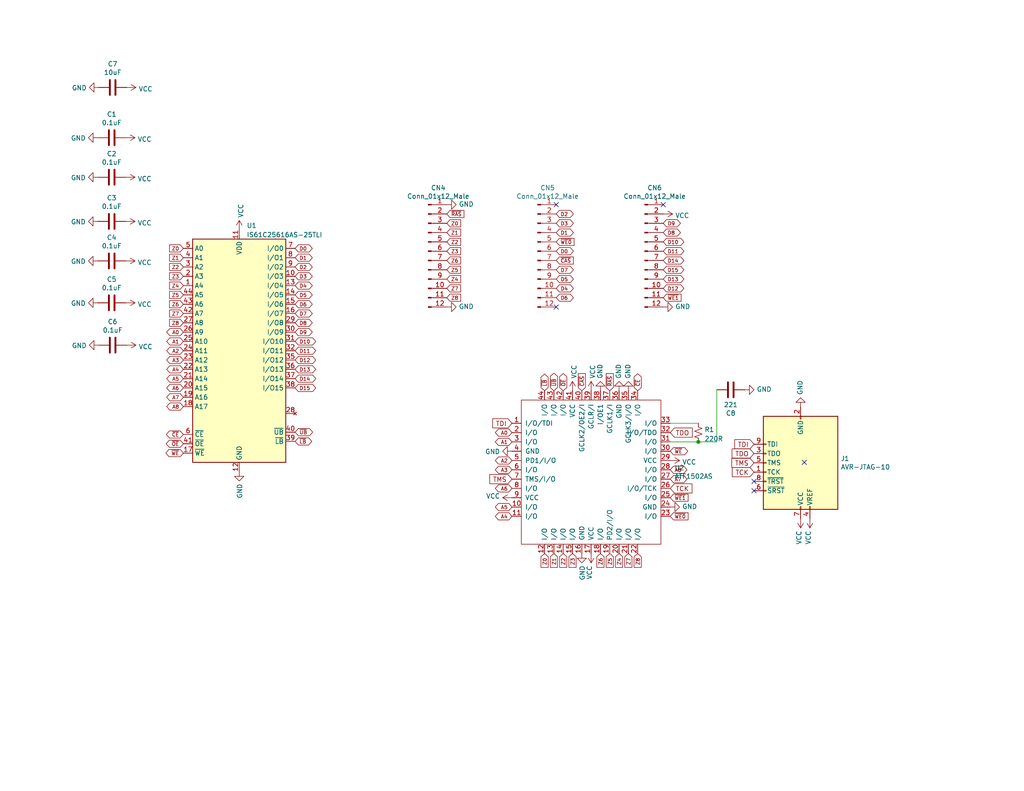
<source format=kicad_sch>
(kicad_sch (version 20211123) (generator eeschema)
  (paper "A")
  (title_block (title "Tandy Color Computer 3 512KB Memory Expansion") (date "2023-09-22") (comment 3 "© 2023 BackBit") (comment 4 "Author: Evie Salomon"))
  (lib_symbols
    (symbol "Connector:AVR-JTAG-10" (pin_names (offset 1.016))
      (property "Reference" "J" (at -8.89 13.97 0))
      (property "Value" "AVR-JTAG-10" (at 1.27 13.97 0))
      (symbol "AVR-JTAG-10_0_1"
        (rectangle (start -2.667 12.7) (end -2.413 11.938))
        (rectangle (start -0.127 -11.938) (end 0.127 -12.7))
        (rectangle (start -0.127 12.7) (end 0.127 11.938))
        (rectangle (start 10.16 -4.953) (end 9.398 -5.207))
        (rectangle (start 10.16 -2.413) (end 9.398 -2.667))
        (rectangle (start 10.16 0.127) (end 9.398 -0.127))
        (rectangle (start 10.16 2.667) (end 9.398 2.413))
        (rectangle (start 10.16 5.207) (end 9.398 4.953))
        (rectangle (start 10.16 7.747) (end 9.398 7.493))
        (rectangle (start 10.16 12.7) (end -10.16 -12.7) (stroke (width 0.254)) (fill (type background)))
      )
      (symbol "AVR-JTAG-10_1_1"
        (pin passive line (at 12.7 2.54 180) (length 2.54) (name "TCK") (number "1"))
        (pin passive line (at 0 -15.24 90) (length 2.54) hide (name "GND") (number "10"))
        (pin passive line (at 0 -15.24 90) (length 2.54) (name "GND") (number "2"))
        (pin passive line (at 12.7 -2.54 180) (length 2.54) (name "TDO") (number "3"))
        (pin passive line (at -2.54 15.24 270) (length 2.54) (name "VREF") (number "4"))
        (pin passive line (at 12.7 0 180) (length 2.54) (name "TMS") (number "5"))
        (pin passive line (at 12.7 7.62 180) (length 2.54) (name "~{SRST}") (number "6"))
        (pin passive line (at 0 15.24 270) (length 2.54) (name "VCC") (number "7"))
        (pin passive line (at 12.7 5.08 180) (length 2.54) (name "~{TRST}") (number "8"))
        (pin passive line (at 12.7 -5.08 180) (length 2.54) (name "TDI") (number "9"))
      )
    )
    (symbol "Connector:Conn_01x12_Male" (pin_names (offset 1.016) hide)
      (property "Reference" "J" (at 0 15.24 0))
      (property "Value" "Conn_01x12_Male" (at 0 -17.78 0))
      (symbol "Conn_01x12_Male_1_1"
        (polyline (pts (xy 1.27 -15.24) (xy 0.8636 -15.24)) (stroke (width 0.1524)))
        (polyline (pts (xy 1.27 -12.7) (xy 0.8636 -12.7)) (stroke (width 0.1524)))
        (polyline (pts (xy 1.27 -10.16) (xy 0.8636 -10.16)) (stroke (width 0.1524)))
        (polyline (pts (xy 1.27 -7.62) (xy 0.8636 -7.62)) (stroke (width 0.1524)))
        (polyline (pts (xy 1.27 -5.08) (xy 0.8636 -5.08)) (stroke (width 0.1524)))
        (polyline (pts (xy 1.27 -2.54) (xy 0.8636 -2.54)) (stroke (width 0.1524)))
        (polyline (pts (xy 1.27 0) (xy 0.8636 0)) (stroke (width 0.1524)))
        (polyline (pts (xy 1.27 2.54) (xy 0.8636 2.54)) (stroke (width 0.1524)))
        (polyline (pts (xy 1.27 5.08) (xy 0.8636 5.08)) (stroke (width 0.1524)))
        (polyline (pts (xy 1.27 7.62) (xy 0.8636 7.62)) (stroke (width 0.1524)))
        (polyline (pts (xy 1.27 10.16) (xy 0.8636 10.16)) (stroke (width 0.1524)))
        (polyline (pts (xy 1.27 12.7) (xy 0.8636 12.7)) (stroke (width 0.1524)))
        (rectangle (start 0.8636 -15.113) (end 0 -15.367) (stroke (width 0.1524)) (fill (type outline)))
        (rectangle (start 0.8636 -12.573) (end 0 -12.827) (stroke (width 0.1524)) (fill (type outline)))
        (rectangle (start 0.8636 -10.033) (end 0 -10.287) (stroke (width 0.1524)) (fill (type outline)))
        (rectangle (start 0.8636 -7.493) (end 0 -7.747) (stroke (width 0.1524)) (fill (type outline)))
        (rectangle (start 0.8636 -4.953) (end 0 -5.207) (stroke (width 0.1524)) (fill (type outline)))
        (rectangle (start 0.8636 -2.413) (end 0 -2.667) (stroke (width 0.1524)) (fill (type outline)))
        (rectangle (start 0.8636 0.127) (end 0 -0.127) (stroke (width 0.1524)) (fill (type outline)))
        (rectangle (start 0.8636 2.667) (end 0 2.413) (stroke (width 0.1524)) (fill (type outline)))
        (rectangle (start 0.8636 5.207) (end 0 4.953) (stroke (width 0.1524)) (fill (type outline)))
        (rectangle (start 0.8636 7.747) (end 0 7.493) (stroke (width 0.1524)) (fill (type outline)))
        (rectangle (start 0.8636 10.287) (end 0 10.033) (stroke (width 0.1524)) (fill (type outline)))
        (rectangle (start 0.8636 12.827) (end 0 12.573) (stroke (width 0.1524)) (fill (type outline)))
        (pin passive line (at 5.08 12.7 180) (length 3.81) (name "Pin_1") (number "1"))
        (pin passive line (at 5.08 -10.16 180) (length 3.81) (name "Pin_10") (number "10"))
        (pin passive line (at 5.08 -12.7 180) (length 3.81) (name "Pin_11") (number "11"))
        (pin passive line (at 5.08 -15.24 180) (length 3.81) (name "Pin_12") (number "12"))
        (pin passive line (at 5.08 10.16 180) (length 3.81) (name "Pin_2") (number "2"))
        (pin passive line (at 5.08 7.62 180) (length 3.81) (name "Pin_3") (number "3"))
        (pin passive line (at 5.08 5.08 180) (length 3.81) (name "Pin_4") (number "4"))
        (pin passive line (at 5.08 2.54 180) (length 3.81) (name "Pin_5") (number "5"))
        (pin passive line (at 5.08 0 180) (length 3.81) (name "Pin_6") (number "6"))
        (pin passive line (at 5.08 -2.54 180) (length 3.81) (name "Pin_7") (number "7"))
        (pin passive line (at 5.08 -5.08 180) (length 3.81) (name "Pin_8") (number "8"))
        (pin passive line (at 5.08 -7.62 180) (length 3.81) (name "Pin_9") (number "9"))
      )
    )
    (symbol "Device:C" (pin_numbers hide) (pin_names (offset 0.254))
      (property "Reference" "C" (at 0.635 2.54 0))
      (property "Value" "C" (at 0.635 -2.54 0))
      (symbol "C_0_1"
        (polyline (pts (xy -2.032 -0.762) (xy 2.032 -0.762)) (stroke (width 0.508)))
        (polyline (pts (xy -2.032 0.762) (xy 2.032 0.762)) (stroke (width 0.508)))
      )
      (symbol "C_1_1"
        (pin passive line (at 0 3.81 270) (length 2.794) (name "~") (number "1"))
        (pin passive line (at 0 -3.81 90) (length 2.794) (name "~") (number "2"))
      )
    )
    (symbol "Device:R_Small_US" (pin_numbers hide) (pin_names (offset 0.254) hide)
      (property "Reference" "R" (at 0.762 0.508 0))
      (property "Value" "R_Small_US" (at 0.762 -1.016 0))
      (symbol "R_Small_US_1_1"
        (polyline (pts (xy 0 0) (xy 1.016 -0.381) (xy 0 -0.762) (xy -1.016 -1.143) (xy 0 -1.524)))
        (polyline (pts (xy 0 1.524) (xy 1.016 1.143) (xy 0 0.762) (xy -1.016 0.381) (xy 0 0)))
        (pin passive line (at 0 2.54 270) (length 1.016) (name "~") (number "1"))
        (pin passive line (at 0 -2.54 90) (length 1.016) (name "~") (number "2"))
      )
    )
    (symbol "Memory_RAM:IS61C5128AL-10TLI"
      (property "Reference" "U?" (at 2.0194 34.1798 0))
      (property "Value" "AS6C4016" (at 2.0194 31.6429 0))
      (symbol "IS61C5128AL-10TLI_0_1"
        (rectangle (start -12.7 30.48) (end 12.7 -30.48) (stroke (width 0.254)) (fill (type background)))
      )
      (symbol "IS61C5128AL-10TLI_1_1"
        (pin input line (at -15.24 17.78 0) (length 2.54) (name "A4") (number "1"))
        (pin bidirectional line (at 15.24 20.32 180) (length 2.54) (name "I/O3") (number "10"))
        (pin power_in line (at 0 33.02 270) (length 2.54) (name "VDD") (number "11"))
        (pin power_in line (at 0 -33.02 90) (length 2.54) (name "GND") (number "12"))
        (pin bidirectional line (at 15.24 17.78 180) (length 2.54) (name "I/O4") (number "13"))
        (pin bidirectional line (at 15.24 15.24 180) (length 2.54) (name "I/O5") (number "14"))
        (pin bidirectional line (at 15.24 12.7 180) (length 2.54) (name "I/O6") (number "15"))
        (pin bidirectional line (at 15.24 10.16 180) (length 2.54) (name "I/O7") (number "16"))
        (pin input line (at -15.24 -27.94 0) (length 2.54) (name "~{WE}") (number "17"))
        (pin input line (at -15.24 -15.24 0) (length 2.54) (name "A17") (number "18"))
        (pin input line (at -15.24 -12.7 0) (length 2.54) (name "A16") (number "19"))
        (pin input line (at -15.24 20.32 0) (length 2.54) (name "A3") (number "2"))
        (pin input line (at -15.24 -10.16 0) (length 2.54) (name "A15") (number "20"))
        (pin input line (at -15.24 -7.62 0) (length 2.54) (name "A14") (number "21"))
        (pin input line (at -15.24 -5.08 0) (length 2.54) (name "A13") (number "22"))
        (pin input line (at -15.24 -2.54 0) (length 2.54) (name "A12") (number "23"))
        (pin input line (at -15.24 0 0) (length 2.54) (name "A11") (number "24"))
        (pin input line (at -15.24 2.54 0) (length 2.54) (name "A10") (number "25"))
        (pin input line (at -15.24 5.08 0) (length 2.54) (name "A9") (number "26"))
        (pin input line (at -15.24 7.62 0) (length 2.54) (name "A8") (number "27"))
        (pin no_connect line (at 15.24 -17.145 180) (length 2.54) (name "") (number "28"))
        (pin bidirectional line (at 15.24 7.62 180) (length 2.54) (name "I/O8") (number "29"))
        (pin input line (at -15.24 22.86 0) (length 2.54) (name "A2") (number "3"))
        (pin bidirectional line (at 15.24 5.08 180) (length 2.54) (name "I/O9") (number "30"))
        (pin bidirectional line (at 15.24 2.54 180) (length 2.54) (name "I/O10") (number "31"))
        (pin bidirectional line (at 15.24 0 180) (length 2.54) (name "I/O11") (number "32"))
        (pin passive line (at 0 33.02 270) (length 2.54) hide (name "VDD") (number "33"))
        (pin passive line (at 0 -33.02 90) (length 2.54) hide (name "GND") (number "34"))
        (pin bidirectional line (at 15.24 -2.54 180) (length 2.54) (name "I/O12") (number "35"))
        (pin bidirectional line (at 15.24 -5.08 180) (length 2.54) (name "I/O13") (number "36"))
        (pin bidirectional line (at 15.24 -7.62 180) (length 2.54) (name "I/O14") (number "37"))
        (pin bidirectional line (at 15.24 -10.16 180) (length 2.54) (name "I/O15") (number "38"))
        (pin input line (at 15.24 -24.765 180) (length 2.54) (name "~{LB}") (number "39"))
        (pin input line (at -15.24 25.4 0) (length 2.54) (name "A1") (number "4"))
        (pin input line (at 15.24 -22.225 180) (length 2.54) (name "~{UB}") (number "40"))
        (pin input line (at -15.24 -25.4 0) (length 2.54) (name "~{OE}") (number "41"))
        (pin input line (at -15.24 10.16 0) (length 2.54) (name "A7") (number "42"))
        (pin input line (at -15.24 12.7 0) (length 2.54) (name "A6") (number "43"))
        (pin input line (at -15.24 15.24 0) (length 2.54) (name "A5") (number "44"))
        (pin input line (at -15.24 27.94 0) (length 2.54) (name "A0") (number "5"))
        (pin input line (at -15.24 -22.86 0) (length 2.54) (name "~{CE}") (number "6"))
        (pin bidirectional line (at 15.24 27.94 180) (length 2.54) (name "I/O0") (number "7"))
        (pin bidirectional line (at 15.24 25.4 180) (length 2.54) (name "I/O1") (number "8"))
        (pin bidirectional line (at 15.24 22.86 180) (length 2.54) (name "I/O2") (number "9"))
      )
    )
    (symbol "power:GND" (power) (pin_names (offset 0))
      (property "Value" "GND" (at 0 -3.81 0))
      (symbol "GND_0_1"
        (polyline (pts (xy 0 0) (xy 0 -1.27) (xy 1.27 -1.27) (xy 0 -2.54) (xy -1.27 -1.27) (xy 0 -1.27)))
      )
      (symbol "GND_1_1"
        (pin power_in line (at 0 0 270) (length 0) hide (name "GND") (number "1"))
      )
    )
    (symbol "power:VCC" (power) (pin_names (offset 0))
      (property "Value" "VCC" (at 0 3.81 0))
      (symbol "VCC_0_1"
        (polyline (pts (xy -0.762 1.27) (xy 0 2.54)))
        (polyline (pts (xy 0 0) (xy 0 2.54)))
        (polyline (pts (xy 0 2.54) (xy 0.762 1.27)))
      )
      (symbol "VCC_1_1"
        (pin power_in line (at 0 0 90) (length 0) hide (name "VCC") (number "1"))
      )
    )
    (symbol "symbols:ATF1502AS" (pin_names (offset 1.016))
      (property "Reference" "U" (at 19.05 17.78 0))
      (property "Value" "ATF1502AS" (at 19.05 15.24 0))
      (symbol "ATF1502AS_0_1"
        (rectangle (start 0 0) (end 38.1 -39.37))
      )
      (symbol "ATF1502AS_1_1"
        (pin bidirectional line (at -2.54 -6.35 0) (length 2.54) (name "I/O/TDI") (number "1"))
        (pin bidirectional line (at -2.54 -29.21 0) (length 2.54) (name "I/O") (number "10"))
        (pin bidirectional line (at -2.54 -31.75 0) (length 2.54) (name "I/O") (number "11"))
        (pin bidirectional line (at 6.35 -41.91 90) (length 2.54) (name "I/O") (number "12"))
        (pin bidirectional line (at 8.89 -41.91 90) (length 2.54) (name "I/O") (number "13"))
        (pin bidirectional line (at 11.43 -41.91 90) (length 2.54) (name "I/O") (number "14"))
        (pin bidirectional line (at 13.97 -41.91 90) (length 2.54) (name "I/O") (number "15"))
        (pin passive line (at 16.51 -41.91 90) (length 2.54) (name "GND") (number "16"))
        (pin passive line (at 19.05 -41.91 90) (length 2.54) (name "VCC") (number "17"))
        (pin bidirectional line (at 21.59 -41.91 90) (length 2.54) (name "I/O") (number "18"))
        (pin bidirectional line (at 24.13 -41.91 90) (length 2.54) (name "PD2/I/O") (number "19"))
        (pin bidirectional line (at -2.54 -8.89 0) (length 2.54) (name "I/O") (number "2"))
        (pin bidirectional line (at 26.67 -41.91 90) (length 2.54) (name "I/O") (number "20"))
        (pin bidirectional line (at 29.21 -41.91 90) (length 2.54) (name "I/O") (number "21"))
        (pin bidirectional line (at 31.75 -41.91 90) (length 2.54) (name "I/O") (number "22"))
        (pin bidirectional line (at 40.64 -31.75 180) (length 2.54) (name "I/O") (number "23"))
        (pin passive line (at 40.64 -29.21 180) (length 2.54) (name "GND") (number "24"))
        (pin bidirectional line (at 40.64 -26.67 180) (length 2.54) (name "I/O") (number "25"))
        (pin bidirectional line (at 40.64 -24.13 180) (length 2.54) (name "I/O/TCK") (number "26"))
        (pin bidirectional line (at 40.64 -21.59 180) (length 2.54) (name "I/O") (number "27"))
        (pin bidirectional line (at 40.64 -19.05 180) (length 2.54) (name "I/O") (number "28"))
        (pin passive line (at 40.64 -16.51 180) (length 2.54) (name "VCC") (number "29"))
        (pin bidirectional line (at -2.54 -11.43 0) (length 2.54) (name "I/O") (number "3"))
        (pin bidirectional line (at 40.64 -13.97 180) (length 2.54) (name "I/O") (number "30"))
        (pin bidirectional line (at 40.64 -11.43 180) (length 2.54) (name "I/O") (number "31"))
        (pin bidirectional line (at 40.64 -8.89 180) (length 2.54) (name "I/O/TDO") (number "32"))
        (pin bidirectional line (at 40.64 -6.35 180) (length 2.54) (name "I/O") (number "33"))
        (pin bidirectional line (at 31.75 2.54 270) (length 2.54) (name "I/O") (number "34"))
        (pin bidirectional line (at 29.21 2.54 270) (length 2.54) (name "GCLK3/I/O") (number "35"))
        (pin passive line (at 26.67 2.54 270) (length 2.54) (name "GND") (number "36"))
        (pin input line (at 24.13 2.54 270) (length 2.54) (name "GCLK1/I") (number "37"))
        (pin input line (at 21.59 2.54 270) (length 2.54) (name "I/OE1") (number "38"))
        (pin input line (at 19.05 2.54 270) (length 2.54) (name "GCLR/I") (number "39"))
        (pin passive line (at -2.54 -13.97 0) (length 2.54) (name "GND") (number "4"))
        (pin input line (at 16.51 2.54 270) (length 2.54) (name "GCLK2/OE2/I") (number "40"))
        (pin passive line (at 13.97 2.54 270) (length 2.54) (name "VCC") (number "41"))
        (pin bidirectional line (at 11.43 2.54 270) (length 2.54) (name "I/O") (number "42"))
        (pin bidirectional line (at 8.89 2.54 270) (length 2.54) (name "I/O") (number "43"))
        (pin bidirectional line (at 6.35 2.54 270) (length 2.54) (name "I/O") (number "44"))
        (pin bidirectional line (at -2.54 -16.51 0) (length 2.54) (name "PD1/I/O") (number "5"))
        (pin bidirectional line (at -2.54 -19.05 0) (length 2.54) (name "I/O") (number "6"))
        (pin bidirectional line (at -2.54 -21.59 0) (length 2.54) (name "TMS/I/O") (number "7"))
        (pin bidirectional line (at -2.54 -24.13 0) (length 2.54) (name "I/O") (number "8"))
        (pin passive line (at -2.54 -26.67 0) (length 2.54) (name "VCC") (number "9"))
      )
    )
  )
  (junction (at 190.541 120.65))
  (no_connect (at 205.74 133.985))
  (no_connect (at 205.74 131.445))
  (no_connect (at 180.975 55.88))
  (no_connect (at 151.765 83.82))
  (no_connect (at 219.456 126.238))
  (no_connect (at 151.765 55.88))
  (wire (pts (xy 182.88 120.65) (xy 190.541 120.65)))
  (wire (pts (xy 190.541 120.65) (xy 195.58 120.65)))
  (wire (pts (xy 182.88 115.57) (xy 190.541 115.57)))
  (wire (pts (xy 195.58 106.426) (xy 195.58 120.65)))
  (global_label "~{CAS}" (shape input) (at 151.765 71.12 0) (effects (font (size 0.9906 0.9906))) (property "Intersheet References" "${INTERSHEET_REFS}" (effects hide)))
  (global_label "D1" (shape bidirectional) (at 151.765 63.5 0) (effects (font (size 0.9906 0.9906))) (property "Intersheet References" "${INTERSHEET_REFS}" (effects hide)))
  (global_label "D5" (shape bidirectional) (at 151.765 76.2 0) (effects (font (size 0.9906 0.9906))) (property "Intersheet References" "${INTERSHEET_REFS}" (effects hide)))
  (global_label "~{RAS}" (shape input) (at 166.37 106.68 90) (effects (font (size 0.9906 0.9906))) (property "Intersheet References" "${INTERSHEET_REFS}" (effects hide)))
  (global_label "Z8" (shape input) (at 50.038 88.138 180) (effects (font (size 0.9906 0.9906))) (property "Intersheet References" "${INTERSHEET_REFS}" (effects hide)))
  (global_label "D14" (shape bidirectional) (at 180.975 71.12 0) (effects (font (size 0.9906 0.9906))) (property "Intersheet References" "${INTERSHEET_REFS}" (effects hide)))
  (global_label "D4" (shape bidirectional) (at 151.765 78.74 0) (effects (font (size 0.9906 0.9906))) (property "Intersheet References" "${INTERSHEET_REFS}" (effects hide)))
  (global_label "D7" (shape bidirectional) (at 80.518 85.598 0) (effects (font (size 0.9906 0.9906))) (property "Intersheet References" "${INTERSHEET_REFS}" (effects hide)))
  (global_label "D11" (shape bidirectional) (at 80.518 95.758 0) (effects (font (size 0.9906 0.9906))) (property "Intersheet References" "${INTERSHEET_REFS}" (effects hide)))
  (global_label "~{WE0}" (shape input) (at 182.88 140.97 0) (effects (font (size 0.9906 0.9906))) (property "Intersheet References" "${INTERSHEET_REFS}" (effects hide)))
  (global_label "Z4" (shape input) (at 50.038 77.978 180) (effects (font (size 0.9906 0.9906))) (property "Intersheet References" "${INTERSHEET_REFS}" (effects hide)))
  (global_label "A5" (shape bidirectional) (at 139.7 138.43 180) (effects (font (size 0.9906 0.9906))) (property "Intersheet References" "${INTERSHEET_REFS}" (effects hide)))
  (global_label "D0" (shape bidirectional) (at 80.518 67.818 0) (effects (font (size 0.9906 0.9906))) (property "Intersheet References" "${INTERSHEET_REFS}" (effects hide)))
  (global_label "A3" (shape bidirectional) (at 139.7 128.27 180) (effects (font (size 0.9906 0.9906))) (property "Intersheet References" "${INTERSHEET_REFS}" (effects hide)))
  (global_label "TDO" (shape input) (at 205.74 123.825 180) (property "Intersheet References" "${INTERSHEET_REFS}" (effects hide)))
  (global_label "Z7" (shape input) (at 171.45 151.13 270) (effects (font (size 0.9906 0.9906))) (property "Intersheet References" "${INTERSHEET_REFS}" (effects hide)))
  (global_label "Z6" (shape input) (at 50.038 83.058 180) (effects (font (size 0.9906 0.9906))) (property "Intersheet References" "${INTERSHEET_REFS}" (effects hide)))
  (global_label "A0" (shape bidirectional) (at 50.038 90.678 180) (effects (font (size 0.9906 0.9906))) (property "Intersheet References" "${INTERSHEET_REFS}" (effects hide)))
  (global_label "TDI" (shape input) (at 139.7 115.57 180) (property "Intersheet References" "${INTERSHEET_REFS}" (effects hide)))
  (global_label "D10" (shape bidirectional) (at 180.975 66.04 0) (effects (font (size 0.9906 0.9906))) (property "Intersheet References" "${INTERSHEET_REFS}" (effects hide)))
  (global_label "Z0" (shape input) (at 121.92 60.96 0) (effects (font (size 0.9906 0.9906))) (property "Intersheet References" "${INTERSHEET_REFS}" (effects hide)))
  (global_label "D0" (shape bidirectional) (at 151.765 68.58 0) (effects (font (size 0.9906 0.9906))) (property "Intersheet References" "${INTERSHEET_REFS}" (effects hide)))
  (global_label "D8" (shape bidirectional) (at 80.518 88.138 0) (effects (font (size 0.9906 0.9906))) (property "Intersheet References" "${INTERSHEET_REFS}" (effects hide)))
  (global_label "Z8" (shape input) (at 173.99 151.13 270) (effects (font (size 0.9906 0.9906))) (property "Intersheet References" "${INTERSHEET_REFS}" (effects hide)))
  (global_label "~{LB}" (shape bidirectional) (at 148.59 106.68 90) (effects (font (size 0.9906 0.9906))) (property "Intersheet References" "${INTERSHEET_REFS}" (effects hide)))
  (global_label "TMS" (shape input) (at 205.74 126.365 180) (property "Intersheet References" "${INTERSHEET_REFS}" (effects hide)))
  (global_label "~{WE}" (shape bidirectional) (at 182.88 123.19 0) (effects (font (size 0.9906 0.9906))) (property "Intersheet References" "${INTERSHEET_REFS}" (effects hide)))
  (global_label "A4" (shape bidirectional) (at 50.038 100.838 180) (effects (font (size 0.9906 0.9906))) (property "Intersheet References" "${INTERSHEET_REFS}" (effects hide)))
  (global_label "D9" (shape bidirectional) (at 180.975 60.96 0) (effects (font (size 0.9906 0.9906))) (property "Intersheet References" "${INTERSHEET_REFS}" (effects hide)))
  (global_label "D9" (shape bidirectional) (at 80.518 90.678 0) (effects (font (size 0.9906 0.9906))) (property "Intersheet References" "${INTERSHEET_REFS}" (effects hide)))
  (global_label "D10" (shape bidirectional) (at 80.518 93.218 0) (effects (font (size 0.9906 0.9906))) (property "Intersheet References" "${INTERSHEET_REFS}" (effects hide)))
  (global_label "D2" (shape bidirectional) (at 80.518 72.898 0) (effects (font (size 0.9906 0.9906))) (property "Intersheet References" "${INTERSHEET_REFS}" (effects hide)))
  (global_label "D3" (shape bidirectional) (at 80.518 75.438 0) (effects (font (size 0.9906 0.9906))) (property "Intersheet References" "${INTERSHEET_REFS}" (effects hide)))
  (global_label "~{WE1}" (shape input) (at 182.88 135.89 0) (effects (font (size 0.9906 0.9906))) (property "Intersheet References" "${INTERSHEET_REFS}" (effects hide)))
  (global_label "A2" (shape bidirectional) (at 139.7 125.73 180) (effects (font (size 0.9906 0.9906))) (property "Intersheet References" "${INTERSHEET_REFS}" (effects hide)))
  (global_label "D5" (shape bidirectional) (at 80.518 80.518 0) (effects (font (size 0.9906 0.9906))) (property "Intersheet References" "${INTERSHEET_REFS}" (effects hide)))
  (global_label "TDO" (shape input) (at 182.88 118.11 0) (property "Intersheet References" "${INTERSHEET_REFS}" (effects hide)))
  (global_label "D6" (shape bidirectional) (at 80.518 83.058 0) (effects (font (size 0.9906 0.9906))) (property "Intersheet References" "${INTERSHEET_REFS}" (effects hide)))
  (global_label "~{OE}" (shape bidirectional) (at 50.038 121.158 180) (effects (font (size 0.9906 0.9906))) (property "Intersheet References" "${INTERSHEET_REFS}" (effects hide)))
  (global_label "A6" (shape bidirectional) (at 50.038 105.918 180) (effects (font (size 0.9906 0.9906))) (property "Intersheet References" "${INTERSHEET_REFS}" (effects hide)))
  (global_label "~{OE}" (shape bidirectional) (at 153.67 106.68 90) (effects (font (size 0.9906 0.9906))) (property "Intersheet References" "${INTERSHEET_REFS}" (effects hide)))
  (global_label "A8" (shape bidirectional) (at 182.88 128.27 0) (effects (font (size 0.9906 0.9906))) (property "Intersheet References" "${INTERSHEET_REFS}" (effects hide)))
  (global_label "TDI" (shape input) (at 205.74 121.285 180) (property "Intersheet References" "${INTERSHEET_REFS}" (effects hide)))
  (global_label "TMS" (shape input) (at 139.7 130.81 180) (property "Intersheet References" "${INTERSHEET_REFS}" (effects hide)))
  (global_label "Z4" (shape input) (at 121.92 76.2 0) (effects (font (size 0.9906 0.9906))) (property "Intersheet References" "${INTERSHEET_REFS}" (effects hide)))
  (global_label "D13" (shape bidirectional) (at 180.975 76.2 0) (effects (font (size 0.9906 0.9906))) (property "Intersheet References" "${INTERSHEET_REFS}" (effects hide)))
  (global_label "D15" (shape bidirectional) (at 80.518 105.918 0) (effects (font (size 0.9906 0.9906))) (property "Intersheet References" "${INTERSHEET_REFS}" (effects hide)))
  (global_label "A7" (shape bidirectional) (at 182.88 130.81 0) (effects (font (size 0.9906 0.9906))) (property "Intersheet References" "${INTERSHEET_REFS}" (effects hide)))
  (global_label "D7" (shape bidirectional) (at 151.765 73.66 0) (effects (font (size 0.9906 0.9906))) (property "Intersheet References" "${INTERSHEET_REFS}" (effects hide)))
  (global_label "A7" (shape bidirectional) (at 50.038 108.458 180) (effects (font (size 0.9906 0.9906))) (property "Intersheet References" "${INTERSHEET_REFS}" (effects hide)))
  (global_label "Z0" (shape input) (at 148.59 151.13 270) (effects (font (size 0.9906 0.9906))) (property "Intersheet References" "${INTERSHEET_REFS}" (effects hide)))
  (global_label "~{WE1}" (shape input) (at 180.975 81.28 0) (effects (font (size 0.9906 0.9906))) (property "Intersheet References" "${INTERSHEET_REFS}" (effects hide)))
  (global_label "A2" (shape bidirectional) (at 50.038 95.758 180) (effects (font (size 0.9906 0.9906))) (property "Intersheet References" "${INTERSHEET_REFS}" (effects hide)))
  (global_label "A1" (shape bidirectional) (at 50.038 93.218 180) (effects (font (size 0.9906 0.9906))) (property "Intersheet References" "${INTERSHEET_REFS}" (effects hide)))
  (global_label "Z8" (shape input) (at 121.92 81.28 0) (effects (font (size 0.9906 0.9906))) (property "Intersheet References" "${INTERSHEET_REFS}" (effects hide)))
  (global_label "Z1" (shape input) (at 151.13 151.13 270) (effects (font (size 0.9906 0.9906))) (property "Intersheet References" "${INTERSHEET_REFS}" (effects hide)))
  (global_label "D15" (shape bidirectional) (at 180.975 73.66 0) (effects (font (size 0.9906 0.9906))) (property "Intersheet References" "${INTERSHEET_REFS}" (effects hide)))
  (global_label "~{CAS}" (shape input) (at 158.75 106.68 90) (effects (font (size 0.9906 0.9906))) (property "Intersheet References" "${INTERSHEET_REFS}" (effects hide)))
  (global_label "Z7" (shape input) (at 50.038 85.598 180) (effects (font (size 0.9906 0.9906))) (property "Intersheet References" "${INTERSHEET_REFS}" (effects hide)))
  (global_label "~{LB}" (shape bidirectional) (at 80.518 120.523 0) (effects (font (size 0.9906 0.9906))) (property "Intersheet References" "${INTERSHEET_REFS}" (effects hide)))
  (global_label "Z7" (shape input) (at 121.92 78.74 0) (effects (font (size 0.9906 0.9906))) (property "Intersheet References" "${INTERSHEET_REFS}" (effects hide)))
  (global_label "~{UB}" (shape bidirectional) (at 80.518 117.983 0) (effects (font (size 0.9906 0.9906))) (property "Intersheet References" "${INTERSHEET_REFS}" (effects hide)))
  (global_label "Z0" (shape input) (at 50.038 67.818 180) (effects (font (size 0.9906 0.9906))) (property "Intersheet References" "${INTERSHEET_REFS}" (effects hide)))
  (global_label "A5" (shape bidirectional) (at 50.038 103.378 180) (effects (font (size 0.9906 0.9906))) (property "Intersheet References" "${INTERSHEET_REFS}" (effects hide)))
  (global_label "A8" (shape bidirectional) (at 50.038 110.998 180) (effects (font (size 0.9906 0.9906))) (property "Intersheet References" "${INTERSHEET_REFS}" (effects hide)))
  (global_label "D13" (shape bidirectional) (at 80.518 100.838 0) (effects (font (size 0.9906 0.9906))) (property "Intersheet References" "${INTERSHEET_REFS}" (effects hide)))
  (global_label "Z5" (shape input) (at 121.92 73.66 0) (effects (font (size 0.9906 0.9906))) (property "Intersheet References" "${INTERSHEET_REFS}" (effects hide)))
  (global_label "Z2" (shape input) (at 121.92 66.04 0) (effects (font (size 0.9906 0.9906))) (property "Intersheet References" "${INTERSHEET_REFS}" (effects hide)))
  (global_label "A4" (shape bidirectional) (at 139.7 140.97 180) (effects (font (size 0.9906 0.9906))) (property "Intersheet References" "${INTERSHEET_REFS}" (effects hide)))
  (global_label "Z3" (shape input) (at 156.21 151.13 270) (effects (font (size 0.9906 0.9906))) (property "Intersheet References" "${INTERSHEET_REFS}" (effects hide)))
  (global_label "~{CE}" (shape bidirectional) (at 173.99 106.68 90) (effects (font (size 0.9906 0.9906))) (property "Intersheet References" "${INTERSHEET_REFS}" (effects hide)))
  (global_label "Z1" (shape input) (at 50.038 70.358 180) (effects (font (size 0.9906 0.9906))) (property "Intersheet References" "${INTERSHEET_REFS}" (effects hide)))
  (global_label "D14" (shape bidirectional) (at 80.518 103.378 0) (effects (font (size 0.9906 0.9906))) (property "Intersheet References" "${INTERSHEET_REFS}" (effects hide)))
  (global_label "Z1" (shape input) (at 121.92 63.5 0) (effects (font (size 0.9906 0.9906))) (property "Intersheet References" "${INTERSHEET_REFS}" (effects hide)))
  (global_label "A1" (shape bidirectional) (at 139.7 120.65 180) (effects (font (size 0.9906 0.9906))) (property "Intersheet References" "${INTERSHEET_REFS}" (effects hide)))
  (global_label "A3" (shape bidirectional) (at 50.038 98.298 180) (effects (font (size 0.9906 0.9906))) (property "Intersheet References" "${INTERSHEET_REFS}" (effects hide)))
  (global_label "Z3" (shape input) (at 50.038 75.438 180) (effects (font (size 0.9906 0.9906))) (property "Intersheet References" "${INTERSHEET_REFS}" (effects hide)))
  (global_label "Z3" (shape input) (at 121.92 68.58 0) (effects (font (size 0.9906 0.9906))) (property "Intersheet References" "${INTERSHEET_REFS}" (effects hide)))
  (global_label "Z4" (shape input) (at 168.91 151.13 270) (effects (font (size 0.9906 0.9906))) (property "Intersheet References" "${INTERSHEET_REFS}" (effects hide)))
  (global_label "~{WE}" (shape bidirectional) (at 50.038 123.698 180) (effects (font (size 0.9906 0.9906))) (property "Intersheet References" "${INTERSHEET_REFS}" (effects hide)))
  (global_label "D4" (shape bidirectional) (at 80.518 77.978 0) (effects (font (size 0.9906 0.9906))) (property "Intersheet References" "${INTERSHEET_REFS}" (effects hide)))
  (global_label "D12" (shape bidirectional) (at 180.975 78.74 0) (effects (font (size 0.9906 0.9906))) (property "Intersheet References" "${INTERSHEET_REFS}" (effects hide)))
  (global_label "A6" (shape bidirectional) (at 139.7 133.35 180) (effects (font (size 0.9906 0.9906))) (property "Intersheet References" "${INTERSHEET_REFS}" (effects hide)))
  (global_label "TCK" (shape input) (at 182.88 133.35 0) (property "Intersheet References" "${INTERSHEET_REFS}" (effects hide)))
  (global_label "D6" (shape bidirectional) (at 151.765 81.28 0) (effects (font (size 0.9906 0.9906))) (property "Intersheet References" "${INTERSHEET_REFS}" (effects hide)))
  (global_label "~{UB}" (shape bidirectional) (at 151.13 106.68 90) (effects (font (size 0.9906 0.9906))) (property "Intersheet References" "${INTERSHEET_REFS}" (effects hide)))
  (global_label "~{WE0}" (shape input) (at 151.765 66.04 0) (effects (font (size 0.9906 0.9906))) (property "Intersheet References" "${INTERSHEET_REFS}" (effects hide)))
  (global_label "A0" (shape bidirectional) (at 139.7 118.11 180) (effects (font (size 0.9906 0.9906))) (property "Intersheet References" "${INTERSHEET_REFS}" (effects hide)))
  (global_label "Z2" (shape input) (at 50.038 72.898 180) (effects (font (size 0.9906 0.9906))) (property "Intersheet References" "${INTERSHEET_REFS}" (effects hide)))
  (global_label "~{RAS}" (shape input) (at 121.92 58.42 0) (effects (font (size 0.9906 0.9906))) (property "Intersheet References" "${INTERSHEET_REFS}" (effects hide)))
  (global_label "Z5" (shape input) (at 50.038 80.518 180) (effects (font (size 0.9906 0.9906))) (property "Intersheet References" "${INTERSHEET_REFS}" (effects hide)))
  (global_label "Z5" (shape input) (at 166.37 151.13 270) (effects (font (size 0.9906 0.9906))) (property "Intersheet References" "${INTERSHEET_REFS}" (effects hide)))
  (global_label "D12" (shape bidirectional) (at 80.518 98.298 0) (effects (font (size 0.9906 0.9906))) (property "Intersheet References" "${INTERSHEET_REFS}" (effects hide)))
  (global_label "Z6" (shape input) (at 121.92 71.12 0) (effects (font (size 0.9906 0.9906))) (property "Intersheet References" "${INTERSHEET_REFS}" (effects hide)))
  (global_label "~{CE}" (shape bidirectional) (at 50.038 118.618 180) (effects (font (size 0.9906 0.9906))) (property "Intersheet References" "${INTERSHEET_REFS}" (effects hide)))
  (global_label "TCK" (shape input) (at 205.74 128.905 180) (property "Intersheet References" "${INTERSHEET_REFS}" (effects hide)))
  (global_label "Z2" (shape input) (at 153.67 151.13 270) (effects (font (size 0.9906 0.9906))) (property "Intersheet References" "${INTERSHEET_REFS}" (effects hide)))
  (global_label "D3" (shape bidirectional) (at 151.765 60.96 0) (effects (font (size 0.9906 0.9906))) (property "Intersheet References" "${INTERSHEET_REFS}" (effects hide)))
  (global_label "D1" (shape bidirectional) (at 80.518 70.358 0) (effects (font (size 0.9906 0.9906))) (property "Intersheet References" "${INTERSHEET_REFS}" (effects hide)))
  (global_label "D8" (shape bidirectional) (at 180.975 63.5 0) (effects (font (size 0.9906 0.9906))) (property "Intersheet References" "${INTERSHEET_REFS}" (effects hide)))
  (global_label "D11" (shape bidirectional) (at 180.975 68.58 0) (effects (font (size 0.9906 0.9906))) (property "Intersheet References" "${INTERSHEET_REFS}" (effects hide)))
  (global_label "D2" (shape bidirectional) (at 151.765 58.42 0) (effects (font (size 0.9906 0.9906))) (property "Intersheet References" "${INTERSHEET_REFS}" (effects hide)))
  (global_label "Z6" (shape input) (at 163.83 151.13 270) (effects (font (size 0.9906 0.9906))) (property "Intersheet References" "${INTERSHEET_REFS}" (effects hide)))
  (symbol (lib_id "Connector:Conn_01x12_Male") (at 116.84 68.58 0) (unit 1)
    (property "Reference" "CN4" (at 119.5832 51.2826 0))
    (property "Value" "Conn_01x12_Male" (at 119.5832 53.594 0))
    (property "Footprint" "Connector_PinHeader_2.54mm:PinHeader_1x12_P2.54mm_Vertical" (effects hide))
  )
  (symbol (lib_id "Connector:Conn_01x12_Male") (at 146.685 68.58 0) (unit 1)
    (property "Reference" "CN5" (at 149.4282 51.2826 0))
    (property "Value" "Conn_01x12_Male" (at 149.4282 53.594 0))
    (property "Footprint" "Connector_PinHeader_2.54mm:PinHeader_1x12_P2.54mm_Vertical" (effects hide))
  )
  (symbol (lib_id "Connector:Conn_01x12_Male") (at 175.895 68.58 0) (unit 1)
    (property "Reference" "CN6" (at 178.6382 51.2826 0))
    (property "Value" "Conn_01x12_Male" (at 178.6382 53.594 0))
    (property "Footprint" "Connector_PinHeader_2.54mm:PinHeader_1x12_P2.54mm_Vertical" (effects hide))
  )
  (symbol (lib_id "power:GND") (at 180.975 83.82 90) (unit 1)
    (property "Reference" "#PWR0111" (effects hide))
    (property "Value" "GND" (at 184.2262 83.693 90) (effects (justify right)))
  )
  (symbol (lib_id "power:VCC") (at 180.975 58.42 270) (unit 1)
    (property "Reference" "#PWR0113" (effects hide))
    (property "Value" "VCC" (at 184.2262 58.8518 90) (effects (justify left)))
  )
  (symbol (lib_id "power:VCC") (at 156.21 106.68 0) (unit 1)
    (property "Reference" "#PWR0106" (effects hide))
    (property "Value" "VCC" (at 156.6418 103.4288 90) (effects (justify left)))
  )
  (symbol (lib_id "power:GND") (at 26.924 23.876 270) (unit 1)
    (property "Reference" "#PWR0134" (effects hide))
    (property "Value" "GND" (at 23.6728 24.003 90) (effects (justify right)))
  )
  (symbol (lib_id "Device:C") (at 30.48 71.247 270) (unit 1)
    (property "Reference" "C4" (at 30.48 64.8462 90))
    (property "Value" "0.1uF" (at 30.48 67.1576 90))
    (property "Footprint" "Capacitor_SMD:C_1206_3216Metric_Pad1.33x1.80mm_HandSolder" (effects hide))
  )
  (symbol (lib_id "power:GND") (at 26.67 71.247 270) (unit 1)
    (property "Reference" "#PWR0121" (effects hide))
    (property "Value" "GND" (at 23.4188 71.374 90) (effects (justify right)))
  )
  (symbol (lib_id "Connector:AVR-JTAG-10") (at 218.44 126.365 180) (unit 1)
    (property "Reference" "J1" (at 229.362 125.1966 0) (effects (justify right)))
    (property "Value" "AVR-JTAG-10" (at 229.362 127.508 0) (effects (justify right)))
    (property "Footprint" "Connector_PinHeader_2.54mm:PinHeader_2x05_P2.54mm_Vertical" (effects hide))
    (property "Datasheet" " ~" (effects hide))
  )
  (symbol (lib_id "power:VCC") (at 34.29 37.592 270) (unit 1)
    (property "Reference" "#PWR0125" (effects hide))
    (property "Value" "VCC" (at 37.5412 38.0238 90) (effects (justify left)))
  )
  (symbol (lib_id "power:GND") (at 65.278 128.778 0) (unit 1)
    (property "Reference" "#PWR0104" (effects hide))
    (property "Value" "GND" (at 65.405 132.0292 90) (effects (justify right)))
  )
  (symbol (lib_id "Device:C") (at 30.734 23.876 270) (unit 1)
    (property "Reference" "C7" (at 30.734 17.4752 90))
    (property "Value" "10uF" (at 30.734 19.7866 90))
    (property "Footprint" "Capacitor_THT:CP_Radial_D5.0mm_P2.50mm" (effects hide))
  )
  (symbol (lib_id "Device:C") (at 30.48 60.452 270) (unit 1)
    (property "Reference" "C3" (at 30.48 54.0512 90))
    (property "Value" "0.1uF" (at 30.48 56.3626 90))
    (property "Footprint" "Capacitor_SMD:C_1206_3216Metric_Pad1.33x1.80mm_HandSolder" (effects hide))
  )
  (symbol (lib_id "symbols:ATF1502AS") (at 142.24 109.22 0) (unit 1)
    (property "Reference" "U2" (at 183.9976 127.7366 0) (effects (justify left)))
    (property "Value" "ATF1502AS" (at 183.9976 130.048 0) (effects (justify left)))
    (property "Footprint" "Symbols:TQFP-44_10x10mm_P0.8mm" (effects hide))
  )
  (symbol (lib_id "power:VCC") (at 34.29 48.387 270) (unit 1)
    (property "Reference" "#PWR0127" (effects hide))
    (property "Value" "VCC" (at 37.5412 48.8188 90) (effects (justify left)))
  )
  (symbol (lib_id "power:GND") (at 158.75 151.13 0) (unit 1)
    (property "Reference" "#PWR0116" (effects hide))
    (property "Value" "GND" (at 158.877 154.3812 90) (effects (justify right)))
  )
  (symbol (lib_id "power:GND") (at 26.924 94.234 270) (unit 1)
    (property "Reference" "#PWR0129" (effects hide))
    (property "Value" "GND" (at 23.6728 94.361 90) (effects (justify right)))
  )
  (symbol (lib_id "power:VCC") (at 34.29 60.452 270) (unit 1)
    (property "Reference" "#PWR0120" (effects hide))
    (property "Value" "VCC" (at 37.5412 60.8838 90) (effects (justify left)))
  )
  (symbol (lib_id "Device:C") (at 30.734 94.234 270) (unit 1)
    (property "Reference" "C6" (at 30.734 87.8332 90))
    (property "Value" "0.1uF" (at 30.734 90.1446 90))
    (property "Footprint" "Capacitor_SMD:C_1206_3216Metric_Pad1.33x1.80mm_HandSolder" (effects hide))
  )
  (symbol (lib_id "Device:R_Small_US") (at 190.541 118.11 0) (unit 1)
    (property "Reference" "R1" (at 192.192 117.2753 0) (effects (justify left)))
    (property "Value" "220R" (at 192.192 119.8122 0) (effects (justify left)))
    (property "Footprint" "Resistor_SMD:R_0805_2012Metric_Pad1.20x1.40mm_HandSolder" (effects hide))
  )
  (symbol (lib_id "power:GND") (at 163.83 106.68 180) (unit 1)
    (property "Reference" "#PWR0112" (effects hide))
    (property "Value" "GND" (at 163.703 103.4288 90) (effects (justify right)))
  )
  (symbol (lib_id "power:GND") (at 26.67 48.387 270) (unit 1)
    (property "Reference" "#PWR0126" (effects hide))
    (property "Value" "GND" (at 23.4188 48.514 90) (effects (justify right)))
  )
  (symbol (lib_id "power:VCC") (at 161.29 151.13 180) (unit 1)
    (property "Reference" "#PWR0117" (effects hide))
    (property "Value" "VCC" (at 160.8582 154.3812 90) (effects (justify left)))
  )
  (symbol (lib_id "power:GND") (at 26.67 60.452 270) (unit 1)
    (property "Reference" "#PWR0119" (effects hide))
    (property "Value" "GND" (at 23.4188 60.579 90) (effects (justify right)))
  )
  (symbol (lib_id "power:GND") (at 26.67 82.677 270) (unit 1)
    (property "Reference" "#PWR0123" (effects hide))
    (property "Value" "GND" (at 23.4188 82.804 90) (effects (justify right)))
  )
  (symbol (lib_id "power:VCC") (at 139.7 135.89 90) (unit 1)
    (property "Reference" "#PWR0102" (effects hide))
    (property "Value" "VCC" (at 136.4488 135.4582 90) (effects (justify left)))
  )
  (symbol (lib_id "power:GND") (at 26.67 37.592 270) (unit 1)
    (property "Reference" "#PWR0128" (effects hide))
    (property "Value" "GND" (at 23.4188 37.719 90) (effects (justify right)))
  )
  (symbol (lib_id "Device:C") (at 199.39 106.426 90) (unit 1)
    (property "Reference" "C8" (at 199.39 112.8268 90))
    (property "Value" "221" (at 199.39 110.5154 90))
    (property "Footprint" "Capacitor_SMD:C_0805_2012Metric_Pad1.18x1.45mm_HandSolder" (effects hide))
  )
  (symbol (lib_id "power:VCC") (at 220.98 141.605 180) (unit 1)
    (property "Reference" "#PWR0115" (effects hide))
    (property "Value" "VCC" (at 220.5482 144.8562 90) (effects (justify left)))
  )
  (symbol (lib_id "Device:C") (at 30.48 37.592 270) (unit 1)
    (property "Reference" "C1" (at 30.48 31.1912 90))
    (property "Value" "0.1uF" (at 30.48 33.5026 90))
    (property "Footprint" "Capacitor_SMD:C_1206_3216Metric_Pad1.33x1.80mm_HandSolder" (effects hide))
  )
  (symbol (lib_id "power:VCC") (at 34.544 94.234 270) (unit 1)
    (property "Reference" "#PWR0130" (effects hide))
    (property "Value" "VCC" (at 37.7952 94.6658 90) (effects (justify left)))
  )
  (symbol (lib_id "power:GND") (at 218.44 111.125 180) (unit 1)
    (property "Reference" "#PWR0109" (effects hide))
    (property "Value" "GND" (at 218.313 107.8738 90) (effects (justify right)))
  )
  (symbol (lib_id "power:VCC") (at 65.278 62.738 0) (unit 1)
    (property "Reference" "#PWR0103" (effects hide))
    (property "Value" "VCC" (at 65.7098 59.4868 90) (effects (justify left)))
  )
  (symbol (lib_id "power:VCC") (at 161.29 106.68 0) (unit 1)
    (property "Reference" "#PWR0114" (effects hide))
    (property "Value" "VCC" (at 161.7218 103.4288 90) (effects (justify left)))
  )
  (symbol (lib_id "Device:C") (at 30.48 82.677 270) (unit 1)
    (property "Reference" "C5" (at 30.48 76.2762 90))
    (property "Value" "0.1uF" (at 30.48 78.5876 90))
    (property "Footprint" "Capacitor_SMD:C_1206_3216Metric_Pad1.33x1.80mm_HandSolder" (effects hide))
  )
  (symbol (lib_id "power:VCC") (at 34.544 23.876 270) (unit 1)
    (property "Reference" "#PWR0135" (effects hide))
    (property "Value" "VCC" (at 37.7952 24.3078 90) (effects (justify left)))
  )
  (symbol (lib_id "power:GND") (at 121.92 55.88 90) (unit 1)
    (property "Reference" "#PWR0107" (effects hide))
    (property "Value" "GND" (at 125.1712 55.753 90) (effects (justify right)))
  )
  (symbol (lib_id "power:GND") (at 203.2 106.426 90) (unit 1)
    (property "Reference" "#PWR0132" (effects hide))
    (property "Value" "GND" (at 206.4512 106.299 90) (effects (justify right)))
  )
  (symbol (lib_id "power:VCC") (at 34.29 71.247 270) (unit 1)
    (property "Reference" "#PWR0124" (effects hide))
    (property "Value" "VCC" (at 37.5412 71.6788 90) (effects (justify left)))
  )
  (symbol (lib_id "power:VCC") (at 182.88 125.73 270) (unit 1)
    (property "Reference" "#PWR0105" (effects hide))
    (property "Value" "VCC" (at 186.1312 126.1618 90) (effects (justify left)))
  )
  (symbol (lib_id "power:VCC") (at 34.29 82.677 270) (unit 1)
    (property "Reference" "#PWR0122" (effects hide))
    (property "Value" "VCC" (at 37.5412 83.1088 90) (effects (justify left)))
  )
  (symbol (lib_id "power:GND") (at 168.91 106.68 180) (unit 1)
    (property "Reference" "#PWR0110" (effects hide))
    (property "Value" "GND" (at 168.783 103.4288 90) (effects (justify right)))
  )
  (symbol (lib_id "Device:C") (at 30.48 48.387 270) (unit 1)
    (property "Reference" "C2" (at 30.48 41.9862 90))
    (property "Value" "0.1uF" (at 30.48 44.2976 90))
    (property "Footprint" "Capacitor_SMD:C_1206_3216Metric_Pad1.33x1.80mm_HandSolder" (effects hide))
  )
  (symbol (lib_id "power:GND") (at 121.92 83.82 90) (unit 1)
    (property "Reference" "#PWR0108" (effects hide))
    (property "Value" "GND" (at 125.1712 83.693 90) (effects (justify right)))
  )
  (symbol (lib_id "power:VCC") (at 218.44 141.605 180) (unit 1)
    (property "Reference" "#PWR0133" (effects hide))
    (property "Value" "VCC" (at 218.0082 144.8562 90) (effects (justify left)))
  )
  (symbol (lib_id "power:GND") (at 182.88 138.43 90) (unit 1)
    (property "Reference" "#PWR0118" (effects hide))
    (property "Value" "GND" (at 186.1312 138.303 90) (effects (justify right)))
  )
  (symbol (lib_id "power:GND") (at 171.45 106.68 180) (unit 1)
    (property "Reference" "#PWR0131" (effects hide))
    (property "Value" "GND" (at 171.323 103.4288 90) (effects (justify right)))
  )
  (symbol (lib_id "power:GND") (at 139.7 123.19 270) (unit 1)
    (property "Reference" "#PWR0101" (effects hide))
    (property "Value" "GND" (at 136.4488 123.317 90) (effects (justify right)))
  )
  (symbol (lib_id "Memory_RAM:IS61C5128AL-10TLI") (at 65.278 95.758 0) (unit 1)
    (property "Reference" "U1" (at 67.2974 61.5782 0) (effects (justify left)))
    (property "Value" "IS61C25616AS-25TLI" (at 67.2974 64.1151 0) (effects (justify left)))
    (property "Footprint" "Package_SO:TSOP-II-44_10.16x18.41mm_P0.8mm" (effects hide))
    (property "Datasheet" "http://www.issi.com/WW/pdf/61-64C5128AL.pdf" (effects hide))
  )
)
</source>
